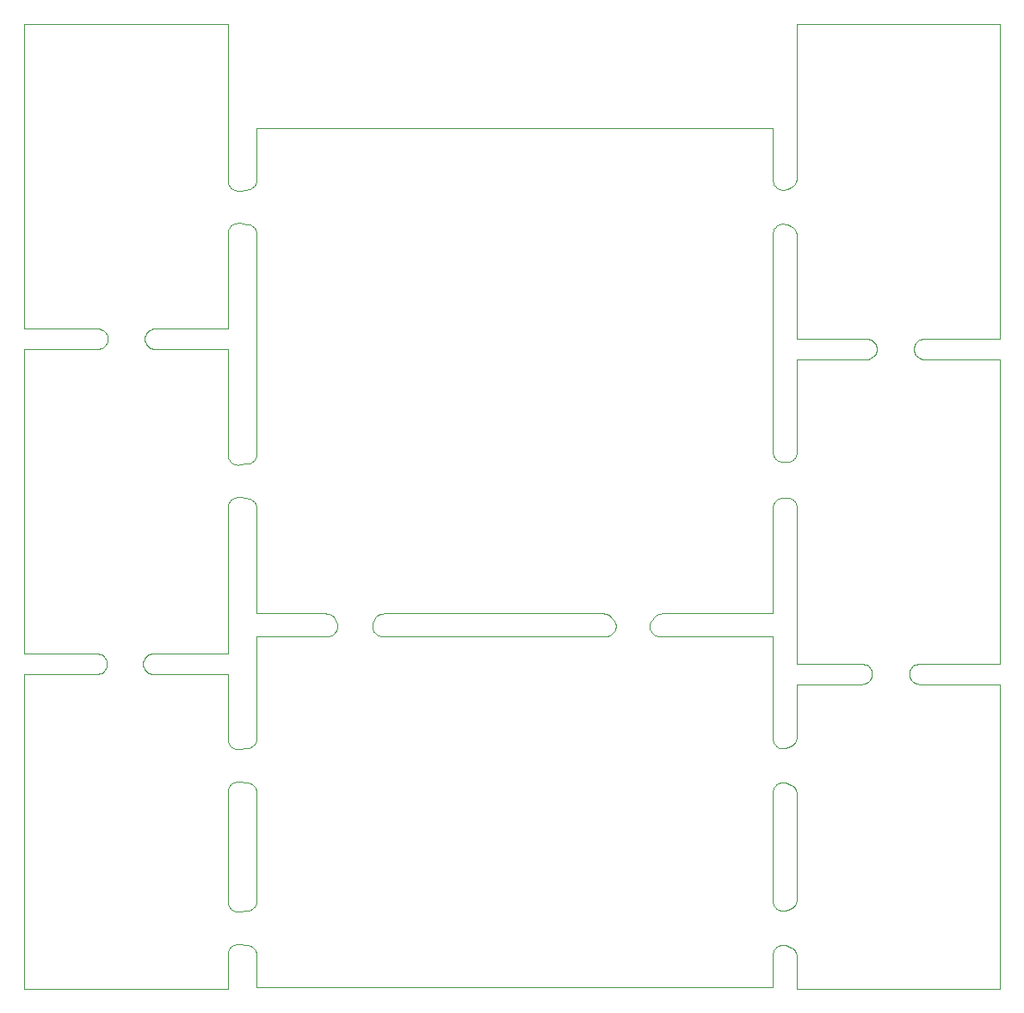
<source format=gko>
%MOIN*%
%OFA0B0*%
%FSLAX44Y44*%
%IPPOS*%
%LPD*%
%ADD10C,0*%
D10*
X00028990Y00014549D02*
X00028990Y00014549D01*
X00028990Y00018641D01*
X00028991Y00018671D01*
X00028995Y00018701D01*
X00029000Y00018731D01*
X00029008Y00018759D01*
X00029018Y00018788D01*
X00029031Y00018815D01*
X00029045Y00018842D01*
X00029061Y00018867D01*
X00029079Y00018891D01*
X00029099Y00018913D01*
X00029121Y00018934D01*
X00029144Y00018953D01*
X00029168Y00018971D01*
X00029194Y00018986D01*
X00029221Y00019000D01*
X00029248Y00019011D01*
X00029277Y00019020D01*
X00029306Y00019027D01*
X00029336Y00019032D01*
X00029365Y00019035D01*
X00029509Y00019041D01*
X00029541Y00019041D01*
X00029572Y00019039D01*
X00029604Y00019034D01*
X00029635Y00019027D01*
X00029665Y00019017D01*
X00029694Y00019004D01*
X00029723Y00018990D01*
X00029750Y00018973D01*
X00029775Y00018954D01*
X00029799Y00018933D01*
X00029821Y00018910D01*
X00029841Y00018885D01*
X00029859Y00018859D01*
X00029875Y00018832D01*
X00029889Y00018803D01*
X00029900Y00018773D01*
X00029909Y00018743D01*
X00029916Y00018711D01*
X00029919Y00018680D01*
X00029921Y00018648D01*
X00029921Y00012598D01*
X00032441Y00012598D01*
X00032502Y00012593D01*
X00032562Y00012579D01*
X00032619Y00012555D01*
X00032672Y00012523D01*
X00032719Y00012483D01*
X00032759Y00012436D01*
X00032791Y00012383D01*
X00032815Y00012326D01*
X00032830Y00012266D01*
X00032834Y00012204D01*
X00032830Y00012143D01*
X00032815Y00012083D01*
X00032791Y00012025D01*
X00032759Y00011973D01*
X00032719Y00011926D01*
X00032672Y00011886D01*
X00032619Y00011853D01*
X00032562Y00011830D01*
X00032502Y00011815D01*
X00032441Y00011811D01*
X00032439Y00011811D01*
X00029921Y00011811D01*
X00029921Y00009774D01*
X00029920Y00009752D01*
X00029918Y00009729D01*
X00029915Y00009706D01*
X00029910Y00009684D01*
X00029904Y00009661D01*
X00029897Y00009640D01*
X00029888Y00009618D01*
X00029879Y00009598D01*
X00029868Y00009577D01*
X00029856Y00009558D01*
X00029843Y00009539D01*
X00029828Y00009521D01*
X00029813Y00009504D01*
X00029797Y00009488D01*
X00029780Y00009473D01*
X00029762Y00009458D01*
X00029743Y00009445D01*
X00029724Y00009433D01*
X00029703Y00009422D01*
X00029683Y00009413D01*
X00029539Y00009351D01*
X00029503Y00009338D01*
X00029465Y00009328D01*
X00029427Y00009322D01*
X00029388Y00009319D01*
X00029349Y00009321D01*
X00029311Y00009326D01*
X00029273Y00009335D01*
X00029236Y00009348D01*
X00029201Y00009364D01*
X00029167Y00009384D01*
X00029136Y00009407D01*
X00029107Y00009433D01*
X00029081Y00009462D01*
X00029057Y00009493D01*
X00029037Y00009526D01*
X00029020Y00009561D01*
X00029007Y00009598D01*
X00028998Y00009636D01*
X00028992Y00009674D01*
X00028990Y00009713D01*
X00028990Y00013664D01*
X00024610Y00013664D01*
X00024565Y00013667D01*
X00024521Y00013674D01*
X00024478Y00013687D01*
X00024436Y00013704D01*
X00024397Y00013726D01*
X00024361Y00013753D01*
X00024328Y00013783D01*
X00024298Y00013817D01*
X00024273Y00013854D01*
X00024252Y00013894D01*
X00024236Y00013935D01*
X00024224Y00013979D01*
X00024218Y00014023D01*
X00024216Y00014068D01*
X00024220Y00014113D01*
X00024229Y00014157D01*
X00024242Y00014199D01*
X00024261Y00014240D01*
X00024284Y00014279D01*
X00024311Y00014314D01*
X00024395Y00014412D01*
X00024407Y00014425D01*
X00024418Y00014437D01*
X00024431Y00014448D01*
X00024444Y00014459D01*
X00024457Y00014470D01*
X00024471Y00014480D01*
X00024485Y00014489D01*
X00024499Y00014498D01*
X00024514Y00014506D01*
X00024530Y00014513D01*
X00024545Y00014520D01*
X00024561Y00014526D01*
X00024577Y00014531D01*
X00024593Y00014536D01*
X00024610Y00014540D01*
X00024626Y00014543D01*
X00024643Y00014546D01*
X00024660Y00014548D01*
X00024677Y00014549D01*
X00024694Y00014549D01*
X00028990Y00014549D01*
X00008990Y00013664D02*
X00008990Y00013664D01*
X00008990Y00009718D01*
X00008989Y00009690D01*
X00008986Y00009661D01*
X00008981Y00009633D01*
X00008973Y00009605D01*
X00008964Y00009577D01*
X00008953Y00009551D01*
X00008939Y00009525D01*
X00008924Y00009501D01*
X00008907Y00009477D01*
X00008889Y00009455D01*
X00008869Y00009434D01*
X00008847Y00009415D01*
X00008824Y00009398D01*
X00008800Y00009382D01*
X00008775Y00009368D01*
X00008749Y00009356D01*
X00008722Y00009345D01*
X00008694Y00009337D01*
X00008666Y00009331D01*
X00008638Y00009327D01*
X00008308Y00009292D01*
X00008276Y00009290D01*
X00008243Y00009291D01*
X00008210Y00009294D01*
X00008177Y00009300D01*
X00008146Y00009309D01*
X00008115Y00009321D01*
X00008085Y00009335D01*
X00008056Y00009351D01*
X00008029Y00009370D01*
X00008004Y00009391D01*
X00007980Y00009414D01*
X00007959Y00009439D01*
X00007939Y00009466D01*
X00007922Y00009494D01*
X00007908Y00009524D01*
X00007895Y00009554D01*
X00007886Y00009586D01*
X00007879Y00009618D01*
X00007875Y00009651D01*
X00007874Y00009684D01*
X00007874Y00012204D01*
X00004989Y00012204D01*
X00004928Y00012209D01*
X00004868Y00012223D01*
X00004811Y00012247D01*
X00004758Y00012279D01*
X00004711Y00012320D01*
X00004671Y00012367D01*
X00004639Y00012419D01*
X00004615Y00012476D01*
X00004601Y00012536D01*
X00004596Y00012598D01*
X00004601Y00012660D01*
X00004615Y00012720D01*
X00004639Y00012777D01*
X00004671Y00012829D01*
X00004711Y00012876D01*
X00004758Y00012916D01*
X00004811Y00012949D01*
X00004868Y00012972D01*
X00004928Y00012987D01*
X00004989Y00012992D01*
X00005033Y00012992D01*
X00007874Y00012992D01*
X00007874Y00018662D01*
X00007875Y00018695D01*
X00007879Y00018727D01*
X00007886Y00018760D01*
X00007895Y00018791D01*
X00007908Y00018822D01*
X00007922Y00018851D01*
X00007939Y00018880D01*
X00007959Y00018906D01*
X00007980Y00018931D01*
X00008004Y00018954D01*
X00008029Y00018975D01*
X00008056Y00018994D01*
X00008085Y00019011D01*
X00008115Y00019025D01*
X00008146Y00019036D01*
X00008177Y00019045D01*
X00008210Y00019051D01*
X00008243Y00019055D01*
X00008276Y00019055D01*
X00008308Y00019053D01*
X00008638Y00019019D01*
X00008666Y00019014D01*
X00008694Y00019008D01*
X00008722Y00019000D01*
X00008749Y00018990D01*
X00008775Y00018978D01*
X00008800Y00018964D01*
X00008824Y00018948D01*
X00008847Y00018930D01*
X00008869Y00018911D01*
X00008889Y00018890D01*
X00008907Y00018868D01*
X00008924Y00018845D01*
X00008939Y00018820D01*
X00008953Y00018795D01*
X00008964Y00018768D01*
X00008973Y00018741D01*
X00008981Y00018713D01*
X00008986Y00018685D01*
X00008989Y00018656D01*
X00008990Y00018627D01*
X00008990Y00014549D01*
X00011679Y00014549D01*
X00011701Y00014548D01*
X00011723Y00014547D01*
X00011745Y00014544D01*
X00011767Y00014539D01*
X00011788Y00014534D01*
X00011809Y00014527D01*
X00011830Y00014519D01*
X00011850Y00014510D01*
X00011870Y00014500D01*
X00011889Y00014488D01*
X00011907Y00014476D01*
X00011925Y00014463D01*
X00011942Y00014449D01*
X00011958Y00014433D01*
X00011973Y00014417D01*
X00011987Y00014400D01*
X00012001Y00014383D01*
X00012013Y00014364D01*
X00012024Y00014345D01*
X00012034Y00014325D01*
X00012081Y00014228D01*
X00012096Y00014191D01*
X00012108Y00014153D01*
X00012115Y00014114D01*
X00012119Y00014075D01*
X00012119Y00014035D01*
X00012114Y00013995D01*
X00012106Y00013957D01*
X00012094Y00013919D01*
X00012078Y00013882D01*
X00012059Y00013848D01*
X00012036Y00013815D01*
X00012010Y00013785D01*
X00011981Y00013758D01*
X00011950Y00013734D01*
X00011916Y00013713D01*
X00011880Y00013696D01*
X00011843Y00013682D01*
X00011805Y00013672D01*
X00011765Y00013666D01*
X00011726Y00013664D01*
X00008990Y00013664D01*
X00022431Y00014549D02*
X00022431Y00014549D01*
X00022448Y00014549D01*
X00022465Y00014548D01*
X00022482Y00014546D01*
X00022498Y00014543D01*
X00022515Y00014540D01*
X00022532Y00014536D01*
X00022548Y00014531D01*
X00022564Y00014526D01*
X00022580Y00014520D01*
X00022595Y00014513D01*
X00022611Y00014506D01*
X00022625Y00014498D01*
X00022640Y00014489D01*
X00022654Y00014480D01*
X00022668Y00014470D01*
X00022681Y00014459D01*
X00022694Y00014448D01*
X00022706Y00014437D01*
X00022718Y00014425D01*
X00022730Y00014412D01*
X00022814Y00014314D01*
X00022841Y00014279D01*
X00022864Y00014240D01*
X00022882Y00014199D01*
X00022896Y00014157D01*
X00022905Y00014113D01*
X00022909Y00014068D01*
X00022907Y00014023D01*
X00022901Y00013979D01*
X00022889Y00013935D01*
X00022873Y00013894D01*
X00022852Y00013854D01*
X00022826Y00013817D01*
X00022797Y00013783D01*
X00022764Y00013753D01*
X00022728Y00013726D01*
X00022688Y00013704D01*
X00022647Y00013687D01*
X00022604Y00013674D01*
X00022560Y00013667D01*
X00022515Y00013664D01*
X00013866Y00013664D01*
X00013826Y00013666D01*
X00013787Y00013672D01*
X00013748Y00013682D01*
X00013711Y00013696D01*
X00013675Y00013713D01*
X00013642Y00013734D01*
X00013610Y00013758D01*
X00013581Y00013785D01*
X00013555Y00013815D01*
X00013532Y00013848D01*
X00013513Y00013882D01*
X00013497Y00013919D01*
X00013485Y00013957D01*
X00013477Y00013995D01*
X00013473Y00014035D01*
X00013472Y00014075D01*
X00013476Y00014114D01*
X00013484Y00014153D01*
X00013495Y00014191D01*
X00013510Y00014228D01*
X00013557Y00014325D01*
X00013567Y00014345D01*
X00013578Y00014364D01*
X00013591Y00014383D01*
X00013604Y00014400D01*
X00013618Y00014417D01*
X00013633Y00014433D01*
X00013649Y00014449D01*
X00013666Y00014463D01*
X00013684Y00014476D01*
X00013702Y00014488D01*
X00013721Y00014500D01*
X00013741Y00014510D01*
X00013761Y00014519D01*
X00013782Y00014527D01*
X00013803Y00014534D01*
X00013824Y00014539D01*
X00013846Y00014544D01*
X00013868Y00014547D01*
X00013890Y00014548D01*
X00013912Y00014549D01*
X00022431Y00014549D01*
X00028990Y00001310D02*
X00028990Y00001310D01*
X00028992Y00001349D01*
X00028998Y00001387D01*
X00029007Y00001425D01*
X00029020Y00001461D01*
X00029037Y00001496D01*
X00029057Y00001530D01*
X00029081Y00001561D01*
X00029107Y00001590D01*
X00029136Y00001616D01*
X00029167Y00001639D01*
X00029201Y00001658D01*
X00029236Y00001675D01*
X00029273Y00001687D01*
X00029311Y00001697D01*
X00029349Y00001702D01*
X00029388Y00001703D01*
X00029427Y00001701D01*
X00029465Y00001695D01*
X00029503Y00001685D01*
X00029539Y00001671D01*
X00029683Y00001610D01*
X00029703Y00001600D01*
X00029724Y00001589D01*
X00029743Y00001577D01*
X00029762Y00001564D01*
X00029780Y00001550D01*
X00029797Y00001535D01*
X00029813Y00001519D01*
X00029828Y00001501D01*
X00029843Y00001483D01*
X00029856Y00001465D01*
X00029868Y00001445D01*
X00029879Y00001425D01*
X00029888Y00001404D01*
X00029897Y00001383D01*
X00029904Y00001361D01*
X00029910Y00001339D01*
X00029915Y00001317D01*
X00029918Y00001294D01*
X00029920Y00001271D01*
X00029921Y00001248D01*
X00029921Y00000000D01*
X00037795Y00000000D01*
X00037795Y00011811D01*
X00034668Y00011811D01*
X00034667Y00011811D01*
X00034605Y00011815D01*
X00034545Y00011830D01*
X00034488Y00011853D01*
X00034435Y00011886D01*
X00034388Y00011926D01*
X00034348Y00011973D01*
X00034316Y00012025D01*
X00034292Y00012083D01*
X00034278Y00012143D01*
X00034273Y00012204D01*
X00034278Y00012266D01*
X00034292Y00012326D01*
X00034316Y00012383D01*
X00034348Y00012436D01*
X00034388Y00012483D01*
X00034435Y00012523D01*
X00034488Y00012555D01*
X00034545Y00012579D01*
X00034605Y00012593D01*
X00034667Y00012598D01*
X00037795Y00012598D01*
X00037795Y00024409D01*
X00034853Y00024409D01*
X00034847Y00024409D01*
X00034785Y00024414D01*
X00034725Y00024428D01*
X00034668Y00024452D01*
X00034615Y00024484D01*
X00034568Y00024524D01*
X00034528Y00024571D01*
X00034496Y00024624D01*
X00034472Y00024681D01*
X00034458Y00024741D01*
X00034453Y00024803D01*
X00034458Y00024864D01*
X00034472Y00024924D01*
X00034496Y00024981D01*
X00034528Y00025034D01*
X00034568Y00025081D01*
X00034615Y00025121D01*
X00034668Y00025153D01*
X00034725Y00025177D01*
X00034785Y00025192D01*
X00034847Y00025196D01*
X00037795Y00025196D01*
X00037795Y00037401D01*
X00029921Y00037401D01*
X00029921Y00031428D01*
X00029920Y00031405D01*
X00029918Y00031382D01*
X00029915Y00031360D01*
X00029910Y00031337D01*
X00029904Y00031315D01*
X00029897Y00031293D01*
X00029888Y00031272D01*
X00029879Y00031251D01*
X00029868Y00031231D01*
X00029856Y00031211D01*
X00029843Y00031193D01*
X00029828Y00031175D01*
X00029813Y00031158D01*
X00029797Y00031141D01*
X00029780Y00031126D01*
X00029762Y00031112D01*
X00029743Y00031099D01*
X00029724Y00031087D01*
X00029703Y00031076D01*
X00029683Y00031066D01*
X00029539Y00031005D01*
X00029503Y00030991D01*
X00029465Y00030981D01*
X00029427Y00030975D01*
X00029388Y00030973D01*
X00029349Y00030974D01*
X00029311Y00030980D01*
X00029273Y00030989D01*
X00029236Y00031002D01*
X00029201Y00031018D01*
X00029167Y00031038D01*
X00029136Y00031061D01*
X00029107Y00031087D01*
X00029081Y00031115D01*
X00029057Y00031146D01*
X00029037Y00031180D01*
X00029020Y00031215D01*
X00029007Y00031251D01*
X00028998Y00031289D01*
X00028992Y00031328D01*
X00028990Y00031366D01*
X00028990Y00033349D01*
X00008990Y00033349D01*
X00008990Y00031372D01*
X00008989Y00031343D01*
X00008986Y00031314D01*
X00008981Y00031286D01*
X00008973Y00031258D01*
X00008964Y00031231D01*
X00008953Y00031204D01*
X00008939Y00031179D01*
X00008924Y00031154D01*
X00008907Y00031131D01*
X00008889Y00031109D01*
X00008869Y00031088D01*
X00008847Y00031069D01*
X00008824Y00031051D01*
X00008800Y00031035D01*
X00008775Y00031021D01*
X00008749Y00031009D01*
X00008722Y00030999D01*
X00008694Y00030991D01*
X00008666Y00030985D01*
X00008638Y00030980D01*
X00008308Y00030946D01*
X00008276Y00030944D01*
X00008243Y00030944D01*
X00008210Y00030948D01*
X00008177Y00030954D01*
X00008146Y00030963D01*
X00008115Y00030974D01*
X00008085Y00030988D01*
X00008056Y00031005D01*
X00008029Y00031024D01*
X00008004Y00031045D01*
X00007980Y00031068D01*
X00007959Y00031093D01*
X00007939Y00031119D01*
X00007922Y00031148D01*
X00007908Y00031177D01*
X00007895Y00031208D01*
X00007886Y00031239D01*
X00007879Y00031272D01*
X00007875Y00031304D01*
X00007874Y00031337D01*
X00007874Y00037401D01*
X00000000Y00037401D01*
X00000000Y00025590D01*
X00002828Y00025590D01*
X00002834Y00025590D01*
X00002896Y00025585D01*
X00002956Y00025571D01*
X00003013Y00025547D01*
X00003066Y00025515D01*
X00003113Y00025475D01*
X00003153Y00025428D01*
X00003185Y00025375D01*
X00003209Y00025318D01*
X00003223Y00025258D01*
X00003228Y00025196D01*
X00003223Y00025135D01*
X00003209Y00025075D01*
X00003185Y00025018D01*
X00003153Y00024965D01*
X00003113Y00024918D01*
X00003066Y00024878D01*
X00003013Y00024846D01*
X00002956Y00024822D01*
X00002896Y00024807D01*
X00002834Y00024803D01*
X00000000Y00024803D01*
X00000000Y00012992D01*
X00002766Y00012992D01*
X00002809Y00012992D01*
X00002871Y00012987D01*
X00002931Y00012972D01*
X00002988Y00012949D01*
X00003041Y00012916D01*
X00003088Y00012876D01*
X00003128Y00012829D01*
X00003160Y00012777D01*
X00003184Y00012720D01*
X00003198Y00012660D01*
X00003203Y00012598D01*
X00003198Y00012536D01*
X00003184Y00012476D01*
X00003160Y00012419D01*
X00003128Y00012367D01*
X00003088Y00012320D01*
X00003041Y00012279D01*
X00002988Y00012247D01*
X00002931Y00012223D01*
X00002871Y00012209D01*
X00002809Y00012204D01*
X00000000Y00012204D01*
X00000000Y00000000D01*
X00007874Y00000000D01*
X00007874Y00001339D01*
X00007875Y00001372D01*
X00007879Y00001405D01*
X00007886Y00001437D01*
X00007895Y00001468D01*
X00007908Y00001499D01*
X00007922Y00001529D01*
X00007939Y00001557D01*
X00007959Y00001583D01*
X00007980Y00001608D01*
X00008004Y00001631D01*
X00008029Y00001652D01*
X00008056Y00001671D01*
X00008085Y00001688D01*
X00008115Y00001702D01*
X00008146Y00001713D01*
X00008177Y00001722D01*
X00008210Y00001728D01*
X00008243Y00001732D01*
X00008276Y00001732D01*
X00008308Y00001730D01*
X00008638Y00001696D01*
X00008666Y00001692D01*
X00008694Y00001686D01*
X00008722Y00001677D01*
X00008749Y00001667D01*
X00008775Y00001655D01*
X00008800Y00001641D01*
X00008824Y00001625D01*
X00008847Y00001608D01*
X00008869Y00001588D01*
X00008889Y00001568D01*
X00008907Y00001545D01*
X00008924Y00001522D01*
X00008939Y00001497D01*
X00008953Y00001472D01*
X00008964Y00001445D01*
X00008973Y00001418D01*
X00008981Y00001390D01*
X00008986Y00001362D01*
X00008989Y00001333D01*
X00008990Y00001304D01*
X00008990Y00000064D01*
X00028990Y00000064D01*
X00028990Y00001310D01*
X00028990Y00007609D02*
X00028990Y00007609D01*
X00028992Y00007648D01*
X00028998Y00007686D01*
X00029007Y00007724D01*
X00029020Y00007761D01*
X00029037Y00007796D01*
X00029057Y00007829D01*
X00029081Y00007860D01*
X00029107Y00007889D01*
X00029136Y00007915D01*
X00029167Y00007938D01*
X00029201Y00007958D01*
X00029236Y00007974D01*
X00029273Y00007987D01*
X00029311Y00007996D01*
X00029349Y00008001D01*
X00029388Y00008003D01*
X00029427Y00008000D01*
X00029465Y00007994D01*
X00029503Y00007984D01*
X00029539Y00007971D01*
X00029683Y00007909D01*
X00029703Y00007899D01*
X00029724Y00007889D01*
X00029743Y00007877D01*
X00029762Y00007863D01*
X00029780Y00007849D01*
X00029797Y00007834D01*
X00029813Y00007818D01*
X00029828Y00007801D01*
X00029843Y00007783D01*
X00029856Y00007764D01*
X00029868Y00007744D01*
X00029879Y00007724D01*
X00029888Y00007703D01*
X00029897Y00007682D01*
X00029904Y00007660D01*
X00029910Y00007638D01*
X00029915Y00007616D01*
X00029918Y00007593D01*
X00029920Y00007570D01*
X00029921Y00007547D01*
X00029921Y00003475D01*
X00029920Y00003452D01*
X00029918Y00003430D01*
X00029915Y00003407D01*
X00029910Y00003384D01*
X00029904Y00003362D01*
X00029897Y00003340D01*
X00029888Y00003319D01*
X00029879Y00003298D01*
X00029868Y00003278D01*
X00029856Y00003259D01*
X00029843Y00003240D01*
X00029828Y00003222D01*
X00029813Y00003205D01*
X00029797Y00003189D01*
X00029780Y00003173D01*
X00029762Y00003159D01*
X00029743Y00003146D01*
X00029724Y00003134D01*
X00029703Y00003123D01*
X00029683Y00003114D01*
X00029539Y00003052D01*
X00029503Y00003038D01*
X00029465Y00003028D01*
X00029427Y00003022D01*
X00029388Y00003020D01*
X00029349Y00003021D01*
X00029311Y00003027D01*
X00029273Y00003036D01*
X00029236Y00003049D01*
X00029201Y00003065D01*
X00029167Y00003085D01*
X00029136Y00003108D01*
X00029107Y00003134D01*
X00029081Y00003163D01*
X00029057Y00003194D01*
X00029037Y00003227D01*
X00029020Y00003262D01*
X00029007Y00003299D01*
X00028998Y00003336D01*
X00028992Y00003375D01*
X00028990Y00003414D01*
X00028990Y00007609D01*
X00028990Y00029262D02*
X00028990Y00029262D01*
X00028992Y00029301D01*
X00028998Y00029340D01*
X00029007Y00029378D01*
X00029020Y00029414D01*
X00029037Y00029449D01*
X00029057Y00029483D01*
X00029081Y00029514D01*
X00029107Y00029542D01*
X00029136Y00029568D01*
X00029167Y00029591D01*
X00029201Y00029611D01*
X00029236Y00029627D01*
X00029273Y00029640D01*
X00029311Y00029649D01*
X00029349Y00029655D01*
X00029388Y00029656D01*
X00029427Y00029654D01*
X00029465Y00029648D01*
X00029503Y00029638D01*
X00029539Y00029624D01*
X00029683Y00029563D01*
X00029703Y00029553D01*
X00029724Y00029542D01*
X00029743Y00029530D01*
X00029762Y00029517D01*
X00029780Y00029503D01*
X00029797Y00029488D01*
X00029813Y00029471D01*
X00029828Y00029454D01*
X00029843Y00029436D01*
X00029856Y00029417D01*
X00029868Y00029398D01*
X00029879Y00029378D01*
X00029888Y00029357D01*
X00029897Y00029336D01*
X00029904Y00029314D01*
X00029910Y00029292D01*
X00029915Y00029269D01*
X00029918Y00029247D01*
X00029920Y00029224D01*
X00029921Y00029201D01*
X00029921Y00025196D01*
X00032626Y00025196D01*
X00032687Y00025192D01*
X00032747Y00025177D01*
X00032804Y00025153D01*
X00032857Y00025121D01*
X00032904Y00025081D01*
X00032944Y00025034D01*
X00032976Y00024981D01*
X00033000Y00024924D01*
X00033014Y00024864D01*
X00033019Y00024803D01*
X00033014Y00024741D01*
X00033000Y00024681D01*
X00032976Y00024624D01*
X00032944Y00024571D01*
X00032904Y00024524D01*
X00032857Y00024484D01*
X00032804Y00024452D01*
X00032747Y00024428D01*
X00032687Y00024414D01*
X00032626Y00024409D01*
X00032620Y00024409D01*
X00029921Y00024409D01*
X00029921Y00020812D01*
X00029919Y00020781D01*
X00029916Y00020749D01*
X00029909Y00020718D01*
X00029900Y00020687D01*
X00029889Y00020657D01*
X00029875Y00020629D01*
X00029859Y00020601D01*
X00029841Y00020575D01*
X00029821Y00020550D01*
X00029799Y00020528D01*
X00029775Y00020507D01*
X00029750Y00020488D01*
X00029723Y00020471D01*
X00029694Y00020456D01*
X00029665Y00020444D01*
X00029635Y00020434D01*
X00029604Y00020426D01*
X00029572Y00020421D01*
X00029541Y00020419D01*
X00029509Y00020419D01*
X00029365Y00020426D01*
X00029336Y00020428D01*
X00029306Y00020433D01*
X00029277Y00020440D01*
X00029248Y00020449D01*
X00029221Y00020461D01*
X00029194Y00020474D01*
X00029168Y00020490D01*
X00029144Y00020507D01*
X00029121Y00020526D01*
X00029099Y00020547D01*
X00029079Y00020570D01*
X00029061Y00020594D01*
X00029045Y00020619D01*
X00029031Y00020645D01*
X00029018Y00020673D01*
X00029008Y00020701D01*
X00029000Y00020730D01*
X00028995Y00020759D01*
X00028991Y00020789D01*
X00028990Y00020819D01*
X00028990Y00029262D01*
X00008990Y00020742D02*
X00008990Y00020742D01*
X00008989Y00020713D01*
X00008986Y00020685D01*
X00008981Y00020656D01*
X00008973Y00020628D01*
X00008964Y00020601D01*
X00008953Y00020574D01*
X00008939Y00020549D01*
X00008924Y00020524D01*
X00008907Y00020501D01*
X00008889Y00020479D01*
X00008869Y00020458D01*
X00008847Y00020439D01*
X00008824Y00020421D01*
X00008800Y00020405D01*
X00008775Y00020391D01*
X00008749Y00020379D01*
X00008722Y00020369D01*
X00008694Y00020361D01*
X00008666Y00020355D01*
X00008638Y00020351D01*
X00008308Y00020316D01*
X00008276Y00020314D01*
X00008243Y00020314D01*
X00008210Y00020318D01*
X00008177Y00020324D01*
X00008146Y00020333D01*
X00008115Y00020344D01*
X00008085Y00020358D01*
X00008056Y00020375D01*
X00008029Y00020394D01*
X00008004Y00020415D01*
X00007980Y00020438D01*
X00007959Y00020463D01*
X00007939Y00020490D01*
X00007922Y00020518D01*
X00007908Y00020547D01*
X00007895Y00020578D01*
X00007886Y00020609D01*
X00007879Y00020642D01*
X00007875Y00020674D01*
X00007874Y00020707D01*
X00007874Y00024803D01*
X00005055Y00024803D01*
X00004994Y00024807D01*
X00004934Y00024822D01*
X00004877Y00024846D01*
X00004824Y00024878D01*
X00004777Y00024918D01*
X00004737Y00024965D01*
X00004705Y00025018D01*
X00004681Y00025075D01*
X00004667Y00025135D01*
X00004662Y00025196D01*
X00004667Y00025258D01*
X00004681Y00025318D01*
X00004705Y00025375D01*
X00004737Y00025428D01*
X00004777Y00025475D01*
X00004824Y00025515D01*
X00004877Y00025547D01*
X00004934Y00025571D01*
X00004994Y00025585D01*
X00005055Y00025590D01*
X00005061Y00025590D01*
X00007874Y00025590D01*
X00007874Y00029292D01*
X00007875Y00029325D01*
X00007879Y00029357D01*
X00007886Y00029390D01*
X00007895Y00029421D01*
X00007908Y00029452D01*
X00007922Y00029481D01*
X00007939Y00029509D01*
X00007959Y00029536D01*
X00007980Y00029561D01*
X00008004Y00029584D01*
X00008029Y00029605D01*
X00008056Y00029624D01*
X00008085Y00029641D01*
X00008115Y00029655D01*
X00008146Y00029666D01*
X00008177Y00029675D01*
X00008210Y00029681D01*
X00008243Y00029685D01*
X00008276Y00029685D01*
X00008308Y00029683D01*
X00008638Y00029648D01*
X00008666Y00029644D01*
X00008694Y00029638D01*
X00008722Y00029630D01*
X00008749Y00029620D01*
X00008775Y00029608D01*
X00008800Y00029594D01*
X00008824Y00029578D01*
X00008847Y00029560D01*
X00008869Y00029541D01*
X00008889Y00029520D01*
X00008907Y00029498D01*
X00008924Y00029475D01*
X00008939Y00029450D01*
X00008953Y00029425D01*
X00008964Y00029398D01*
X00008973Y00029371D01*
X00008981Y00029343D01*
X00008986Y00029314D01*
X00008989Y00029286D01*
X00008990Y00029257D01*
X00008990Y00020742D01*
X00008990Y00003419D02*
X00008990Y00003419D01*
X00008989Y00003390D01*
X00008986Y00003362D01*
X00008981Y00003333D01*
X00008973Y00003305D01*
X00008964Y00003278D01*
X00008953Y00003252D01*
X00008939Y00003226D01*
X00008924Y00003201D01*
X00008907Y00003178D01*
X00008889Y00003156D01*
X00008869Y00003135D01*
X00008847Y00003116D01*
X00008824Y00003098D01*
X00008800Y00003082D01*
X00008775Y00003068D01*
X00008749Y00003056D01*
X00008722Y00003046D01*
X00008694Y00003038D01*
X00008666Y00003032D01*
X00008638Y00003028D01*
X00008308Y00002993D01*
X00008276Y00002991D01*
X00008243Y00002992D01*
X00008210Y00002995D01*
X00008177Y00003001D01*
X00008146Y00003010D01*
X00008115Y00003022D01*
X00008085Y00003036D01*
X00008056Y00003052D01*
X00008029Y00003071D01*
X00008004Y00003092D01*
X00007980Y00003115D01*
X00007959Y00003140D01*
X00007939Y00003167D01*
X00007922Y00003195D01*
X00007908Y00003224D01*
X00007895Y00003255D01*
X00007886Y00003287D01*
X00007879Y00003319D01*
X00007875Y00003352D01*
X00007874Y00003385D01*
X00007874Y00007638D01*
X00007875Y00007671D01*
X00007879Y00007704D01*
X00007886Y00007736D01*
X00007895Y00007768D01*
X00007908Y00007798D01*
X00007922Y00007828D01*
X00007939Y00007856D01*
X00007959Y00007883D01*
X00007980Y00007908D01*
X00008004Y00007931D01*
X00008029Y00007952D01*
X00008056Y00007970D01*
X00008085Y00007987D01*
X00008115Y00008001D01*
X00008146Y00008013D01*
X00008177Y00008021D01*
X00008210Y00008028D01*
X00008243Y00008031D01*
X00008276Y00008032D01*
X00008308Y00008030D01*
X00008638Y00007995D01*
X00008666Y00007991D01*
X00008694Y00007985D01*
X00008722Y00007977D01*
X00008749Y00007966D01*
X00008775Y00007954D01*
X00008800Y00007940D01*
X00008824Y00007924D01*
X00008847Y00007907D01*
X00008869Y00007888D01*
X00008889Y00007867D01*
X00008907Y00007845D01*
X00008924Y00007821D01*
X00008939Y00007797D01*
X00008953Y00007771D01*
X00008964Y00007744D01*
X00008973Y00007717D01*
X00008981Y00007689D01*
X00008986Y00007661D01*
X00008989Y00007632D01*
X00008990Y00007603D01*
X00008990Y00003419D01*
M02*
</source>
